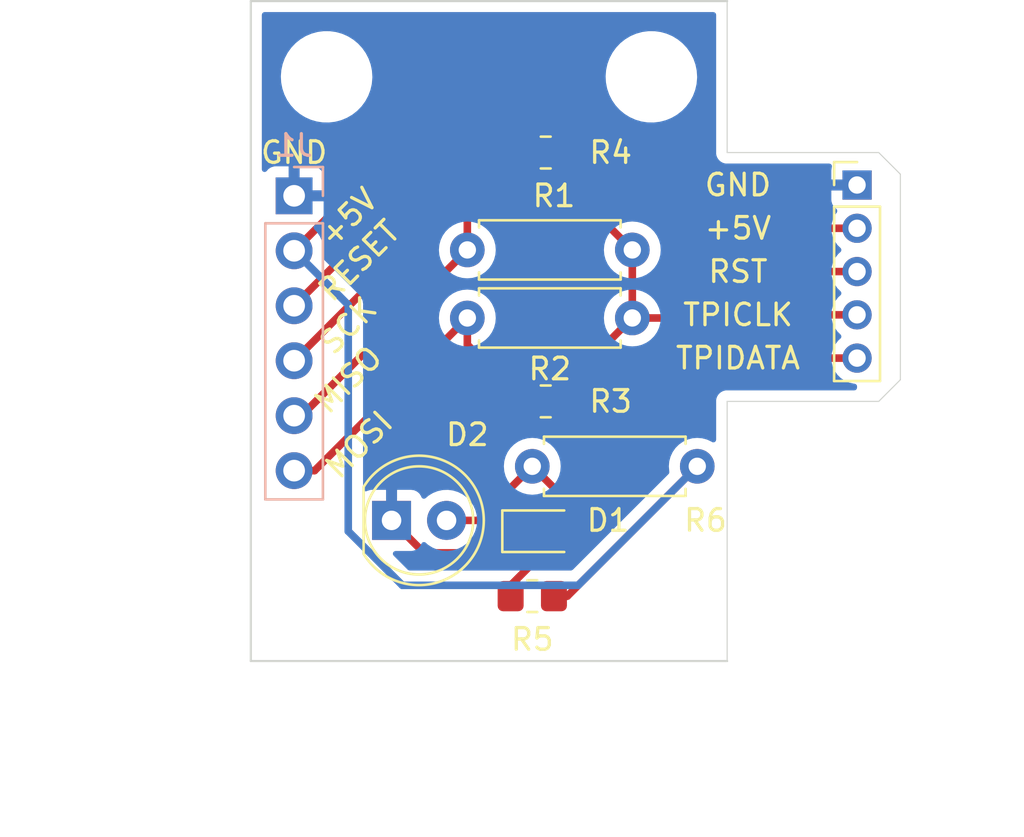
<source format=kicad_pcb>
(kicad_pcb (version 20210108) (generator pcbnew)
  (layers (0 "F.Cu" signal) (31 "B.Cu" signal) (34 "B.Paste" user) (35 "F.Paste" user) (36 "B.SilkS" user "B.Silkscreen") (37 "F.SilkS" user "F.Silkscreen") (38 "B.Mask" user) (39 "F.Mask" user) (44 "Edge.Cuts" user))
  (net 0 "")
  (net 1 "GND")
  (net 2 "/MOSI")
  (net 3 "/MISO")
  (net 4 "/SCK")
  (net 5 "/RESET")
  (net 6 "+5V")
  (net 7 "/TPDATA")
  (net 8 "Net-(D1-Pad2)")
  (footprint "Resistor_SMD:R_0805_2012Metric_Pad1.20x1.40mm_HandSolder" (layer "F.Cu") (at 150.62 92.5)
    (fp_text reference "R3" (at 3 0) (layer "F.SilkS"))
    (fp_text value "SMT DNP")
    (fp_line (start -0.227064 -0.735) (end 0.227064 -0.735) (layer "F.SilkS") (width 0.12))
    (fp_line (start -0.227064 0.735) (end 0.227064 0.735) (layer "F.SilkS") (width 0.12))
    (pad "1" smd roundrect (at -1 0) (size 1.2 1.4) (layers "F.Cu" "F.Paste" "F.Mask") (roundrect_rratio 0.2083333333333333) (net 2 "/MOSI"))
    (pad "2" smd roundrect (at 1 0) (size 1.2 1.4) (layers "F.Cu" "F.Paste" "F.Mask") (roundrect_rratio 0.2083333333333333) (net 7 "/TPDATA"))
  )
  (footprint "MountingHole:MountingHole_3.2mm_M3" (layer "F.Cu") (at 140.5 101)
    (fp_text reference "H1" hide)
    (fp_text value "MountingHole")
    (pad "1" np_thru_hole circle (at 0 0) (size 3.2 3.2) (drill 3.2) (layers *.Cu *.Mask))
  )
  (footprint "Connector_PinHeader_2.00mm:PinHeader_1x05_P2.00mm_Vertical" (layer "F.Cu") (at 165 82.5)
    (fp_text reference "J2" hide)
    (fp_text value "Conn_01x05_Female")
    (fp_line (start -1.06 9.06) (end 1.06 9.06) (layer "F.SilkS") (width 0.12))
    (fp_line (start -1.06 1) (end -1.06 9.06) (layer "F.SilkS") (width 0.12))
    (fp_line (start -1.06 0) (end -1.06 -1.06) (layer "F.SilkS") (width 0.12))
    (fp_line (start 1.06 1) (end 1.06 9.06) (layer "F.SilkS") (width 0.12))
    (fp_line (start -1.06 -1.06) (end 0 -1.06) (layer "F.SilkS") (width 0.12))
    (fp_line (start -1.06 1) (end 1.06 1) (layer "F.SilkS") (width 0.12))
    (pad "1" thru_hole rect (at 0 0) (size 1.35 1.35) (drill 0.8) (layers *.Cu *.Mask) (net 1 "GND"))
    (pad "2" thru_hole oval (at 0 2) (size 1.35 1.35) (drill 0.8) (layers *.Cu *.Mask) (net 6 "+5V"))
    (pad "3" thru_hole oval (at 0 4) (size 1.35 1.35) (drill 0.8) (layers *.Cu *.Mask) (net 5 "/RESET"))
    (pad "4" thru_hole oval (at 0 6) (size 1.35 1.35) (drill 0.8) (layers *.Cu *.Mask) (net 4 "/SCK"))
    (pad "5" thru_hole oval (at 0 8) (size 1.35 1.35) (drill 0.8) (layers *.Cu *.Mask) (net 7 "/TPDATA"))
  )
  (footprint "MountingHole:MountingHole_3.2mm_M3" (layer "F.Cu") (at 140.5 77.5)
    (fp_text reference "H2" hide)
    (fp_text value "MountingHole")
    (pad "1" np_thru_hole circle (at 0 0) (size 3.2 3.2) (drill 3.2) (layers *.Cu *.Mask))
  )
  (footprint "MountingHole:MountingHole_3.2mm_M3" (layer "F.Cu") (at 155.5 101)
    (fp_text reference "H4" hide)
    (fp_text value "MountingHole")
    (pad "1" np_thru_hole circle (at 0 0) (size 3.2 3.2) (drill 3.2) (layers *.Cu *.Mask))
  )
  (footprint "LED_THT:LED_D5.0mm" (layer "F.Cu") (at 143.5 98)
    (fp_text reference "D2" (at 3.5 -3.96) (layer "F.SilkS"))
    (fp_text value "LED")
    (fp_line (start -1.29 -1.545) (end -1.29 1.545) (layer "F.SilkS") (width 0.12))
    (fp_arc (start 1.27 0) (end -1.29 1.54483) (angle -148.9) (layer "F.SilkS") (width 0.12))
    (fp_arc (start 1.27 0) (end -1.29 -1.54483) (angle 148.9) (layer "F.SilkS") (width 0.12))
    (fp_circle (center 1.27 0) (end 3.77 0) (layer "F.SilkS") (width 0.12) (fill none))
    (pad "1" thru_hole rect (at 0 0) (size 1.8 1.8) (drill 0.9) (layers *.Cu *.Mask) (net 1 "GND"))
    (pad "2" thru_hole circle (at 2.54 0) (size 1.8 1.8) (drill 0.9) (layers *.Cu *.Mask) (net 8 "Net-(D1-Pad2)"))
  )
  (footprint "Resistor_SMD:R_0805_2012Metric_Pad1.20x1.40mm_HandSolder" (layer "F.Cu") (at 150 101.5)
    (fp_text reference "R5" (at 0 2) (layer "F.SilkS"))
    (fp_text value "1k")
    (fp_line (start -0.227064 -0.735) (end 0.227064 -0.735) (layer "F.SilkS") (width 0.12))
    (fp_line (start -0.227064 0.735) (end 0.227064 0.735) (layer "F.SilkS") (width 0.12))
    (pad "1" smd roundrect (at -1 0) (size 1.2 1.4) (layers "F.Cu" "F.Paste" "F.Mask") (roundrect_rratio 0.2083333333333333) (net 8 "Net-(D1-Pad2)"))
    (pad "2" smd roundrect (at 1 0) (size 1.2 1.4) (layers "F.Cu" "F.Paste" "F.Mask") (roundrect_rratio 0.2083333333333333) (net 6 "+5V"))
  )
  (footprint "Resistor_SMD:R_0805_2012Metric_Pad1.20x1.40mm_HandSolder" (layer "F.Cu") (at 150.62 81)
    (fp_text reference "R4" (at 3 0) (layer "F.SilkS"))
    (fp_text value "SMT DNP")
    (fp_line (start -0.227064 0.735) (end 0.227064 0.735) (layer "F.SilkS") (width 0.12))
    (fp_line (start -0.227064 -0.735) (end 0.227064 -0.735) (layer "F.SilkS") (width 0.12))
    (pad "1" smd roundrect (at -1 0) (size 1.2 1.4) (layers "F.Cu" "F.Paste" "F.Mask") (roundrect_rratio 0.2083333333333333) (net 3 "/MISO"))
    (pad "2" smd roundrect (at 1 0) (size 1.2 1.4) (layers "F.Cu" "F.Paste" "F.Mask") (roundrect_rratio 0.2083333333333333) (net 7 "/TPDATA"))
  )
  (footprint "MountingHole:MountingHole_3.2mm_M3" (layer "F.Cu") (at 155.5 77.5)
    (fp_text reference "H3" hide)
    (fp_text value "MountingHole")
    (pad "1" np_thru_hole circle (at 0 0) (size 3.2 3.2) (drill 3.2) (layers *.Cu *.Mask))
  )
  (footprint "Resistor_THT:R_Axial_DIN0207_L6.3mm_D2.5mm_P7.62mm_Horizontal" (layer "F.Cu") (at 150 95.5)
    (fp_text reference "R6" (at 8 2.5) (layer "F.SilkS"))
    (fp_text value "1k")
    (fp_line (start 0.54 -1.04) (end 0.54 -1.37) (layer "F.SilkS") (width 0.12))
    (fp_line (start 0.54 1.37) (end 7.08 1.37) (layer "F.SilkS") (width 0.12))
    (fp_line (start 0.54 1.04) (end 0.54 1.37) (layer "F.SilkS") (width 0.12))
    (fp_line (start 7.08 1.37) (end 7.08 1.04) (layer "F.SilkS") (width 0.12))
    (fp_line (start 7.08 -1.37) (end 7.08 -1.04) (layer "F.SilkS") (width 0.12))
    (fp_line (start 0.54 -1.37) (end 7.08 -1.37) (layer "F.SilkS") (width 0.12))
    (pad "1" thru_hole circle (at 0 0) (size 1.6 1.6) (drill 0.8) (layers *.Cu *.Mask) (net 8 "Net-(D1-Pad2)"))
    (pad "2" thru_hole oval (at 7.62 0) (size 1.6 1.6) (drill 0.8) (layers *.Cu *.Mask) (net 6 "+5V"))
  )
  (footprint "LED_SMD:LED_0805_2012Metric_Pad1.15x1.40mm_HandSolder" (layer "F.Cu") (at 150.475 98.5)
    (fp_text reference "D1" (at 3.025 -0.5) (layer "F.SilkS"))
    (fp_text value "LED")
    (fp_line (start 1 -0.96) (end -1.86 -0.96) (layer "F.SilkS") (width 0.12))
    (fp_line (start -1.86 0.96) (end 1 0.96) (layer "F.SilkS") (width 0.12))
    (fp_line (start -1.86 -0.96) (end -1.86 0.96) (layer "F.SilkS") (width 0.12))
    (pad "1" smd roundrect (at -1.025 0) (size 1.15 1.4) (layers "F.Cu" "F.Paste" "F.Mask") (roundrect_rratio 0.2173913043478261) (net 1 "GND"))
    (pad "2" smd roundrect (at 1.025 0) (size 1.15 1.4) (layers "F.Cu" "F.Paste" "F.Mask") (roundrect_rratio 0.2173913043478261) (net 8 "Net-(D1-Pad2)"))
  )
  (footprint "Resistor_THT:R_Axial_DIN0207_L6.3mm_D2.5mm_P7.62mm_Horizontal" (layer "F.Cu") (at 154.62 85.5 180)
    (fp_text reference "R2" (at 3.81 -5.5) (layer "F.SilkS"))
    (fp_text value "4.7k")
    (fp_line (start 0.54 1.37) (end 7.08 1.37) (layer "F.SilkS") (width 0.12))
    (fp_line (start 0.54 -1.37) (end 7.08 -1.37) (layer "F.SilkS") (width 0.12))
    (fp_line (start 0.54 -1.04) (end 0.54 -1.37) (layer "F.SilkS") (width 0.12))
    (fp_line (start 7.08 -1.37) (end 7.08 -1.04) (layer "F.SilkS") (width 0.12))
    (fp_line (start 7.08 1.37) (end 7.08 1.04) (layer "F.SilkS") (width 0.12))
    (fp_line (start 0.54 1.04) (end 0.54 1.37) (layer "F.SilkS") (width 0.12))
    (pad "1" thru_hole circle (at 0 0 180) (size 1.6 1.6) (drill 0.8) (layers *.Cu *.Mask) (net 7 "/TPDATA"))
    (pad "2" thru_hole oval (at 7.62 0 180) (size 1.6 1.6) (drill 0.8) (layers *.Cu *.Mask) (net 3 "/MISO"))
  )
  (footprint "Resistor_THT:R_Axial_DIN0207_L6.3mm_D2.5mm_P7.62mm_Horizontal" (layer "F.Cu") (at 147 88.645)
    (fp_text reference "R1" (at 4 -5.645) (layer "F.SilkS"))
    (fp_text value "4.7k")
    (fp_line (start 0.54 1.04) (end 0.54 1.37) (layer "F.SilkS") (width 0.12))
    (fp_line (start 0.54 -1.37) (end 7.08 -1.37) (layer "F.SilkS") (width 0.12))
    (fp_line (start 7.08 -1.37) (end 7.08 -1.04) (layer "F.SilkS") (width 0.12))
    (fp_line (start 0.54 -1.04) (end 0.54 -1.37) (layer "F.SilkS") (width 0.12))
    (fp_line (start 0.54 1.37) (end 7.08 1.37) (layer "F.SilkS") (width 0.12))
    (fp_line (start 7.08 1.37) (end 7.08 1.04) (layer "F.SilkS") (width 0.12))
    (pad "1" thru_hole circle (at 0 0) (size 1.6 1.6) (drill 0.8) (layers *.Cu *.Mask) (net 2 "/MOSI"))
    (pad "2" thru_hole oval (at 7.62 0) (size 1.6 1.6) (drill 0.8) (layers *.Cu *.Mask) (net 7 "/TPDATA"))
  )
  (footprint "Connector_PinHeader_2.54mm:PinHeader_1x06_P2.54mm_Vertical" (layer "B.Cu") (at 139 83 180)
    (fp_text reference "J1" (at 0 2.33) (layer "B.SilkS") (effects (justify mirror)))
    (fp_text value "Conn_01x06_Male")
    (fp_line (start -1.33 -1.27) (end 1.33 -1.27) (layer "B.SilkS") (width 0.12))
    (fp_line (start -1.33 1.33) (end 0 1.33) (layer "B.SilkS") (width 0.12))
    (fp_line (start 1.33 -1.27) (end 1.33 -14.03) (layer "B.SilkS") (width 0.12))
    (fp_line (start -1.33 -1.27) (end -1.33 -14.03) (layer "B.SilkS") (width 0.12))
    (fp_line (start -1.33 -14.03) (end 1.33 -14.03) (layer "B.SilkS") (width 0.12))
    (fp_line (start -1.33 0) (end -1.33 1.33) (layer "B.SilkS") (width 0.12))
    (pad "1" thru_hole rect (at 0 0 180) (size 1.7 1.7) (drill 1) (layers *.Cu *.Mask) (net 1 "GND"))
    (pad "2" thru_hole oval (at 0 -2.54 180) (size 1.7 1.7) (drill 1) (layers *.Cu *.Mask) (net 6 "+5V"))
    (pad "3" thru_hole oval (at 0 -5.08 180) (size 1.7 1.7) (drill 1) (layers *.Cu *.Mask) (net 5 "/RESET"))
    (pad "4" thru_hole oval (at 0 -7.62 180) (size 1.7 1.7) (drill 1) (layers *.Cu *.Mask) (net 4 "/SCK"))
    (pad "5" thru_hole oval (at 0 -10.16 180) (size 1.7 1.7) (drill 1) (layers *.Cu *.Mask) (net 3 "/MISO"))
    (pad "6" thru_hole oval (at 0 -12.7 180) (size 1.7 1.7) (drill 1) (layers *.Cu *.Mask) (net 2 "/MOSI"))
  )
  (gr_line (start 159 104.5) (end 137 104.5) (layer "Edge.Cuts") (width 0.1))
  (gr_line (start 167 82) (end 166 81) (layer "Edge.Cuts") (width 0.05))
  (gr_line (start 159 92.5) (end 159 104.5) (layer "Edge.Cuts") (width 0.05))
  (gr_line (start 166 92.5) (end 167 91.5) (layer "Edge.Cuts") (width 0.05))
  (gr_line (start 159 74) (end 159 81) (layer "Edge.Cuts") (width 0.05))
  (gr_line (start 137 74) (end 159 74) (layer "Edge.Cuts") (width 0.1))
  (gr_line (start 137 104.5) (end 137 74) (layer "Edge.Cuts") (width 0.1))
  (gr_line (start 159 81) (end 166 81) (layer "Edge.Cuts") (width 0.05))
  (gr_line (start 166 92.5) (end 159 92.5) (layer "Edge.Cuts") (width 0.05))
  (gr_line (start 167 82) (end 167 91.5) (layer "Edge.Cuts") (width 0.05))
  (gr_text "RESET" (at 142 86 45) (layer "F.SilkS") (effects (font (size 1 1))))
  (gr_text "MOSI" (at 142 94.5 45) (layer "F.SilkS") (effects (font (size 1 1))))
  (gr_text "GND" (at 139 81) (layer "F.SilkS") (effects (font (size 1 1))))
  (gr_text "TPIDATA" (at 159.5 90.5) (layer "F.SilkS") (effects (font (size 1 1))))
  (gr_text "RST" (at 159.5 86.5) (layer "F.SilkS") (effects (font (size 1 1))))
  (gr_text "+5V" (at 141.5 84 45) (layer "F.SilkS") (effects (font (size 1 1))))
  (gr_text "TPICLK" (at 159.5 88.5) (layer "F.SilkS") (effects (font (size 1 1))))
  (gr_text "MISO\n" (at 141.5 91.5 45) (layer "F.SilkS") (effects (font (size 1 1))))
  (gr_text "SCK" (at 141.5 89 45) (layer "F.SilkS") (effects (font (size 1 1))))
  (gr_text "+5V" (at 159.5 84.5) (layer "F.SilkS") (effects (font (size 1 1))))
  (gr_text "GND" (at 159.5 82.5) (layer "F.SilkS") (effects (font (size 1 1))))
  (segment (start 143.5 98) (end 145 99.5) (width 0.35) (layer "F.Cu") (net 1))
  (segment (start 145 99.5) (end 148.45 99.5) (width 0.35) (layer "F.Cu") (net 1))
  (segment (start 148.45 99.5) (end 149.45 98.5) (width 0.35) (layer "F.Cu") (net 1))
  (segment (start 147 88.645) (end 139.945 95.7) (width 0.35) (layer "F.Cu") (net 2))
  (segment (start 147 89.88) (end 149.62 92.5) (width 0.35) (layer "F.Cu") (net 2))
  (segment (start 147 88.645) (end 147 89.88) (width 0.35) (layer "F.Cu") (net 2))
  (segment (start 139.945 95.7) (end 139 95.7) (width 0.35) (layer "F.Cu") (net 2))
  (segment (start 147 85.5) (end 147 83.62) (width 0.35) (layer "F.Cu") (net 3))
  (segment (start 147 83.62) (end 149.62 81) (width 0.35) (layer "F.Cu") (net 3))
  (segment (start 139.34 93.16) (end 141.84 90.66) (width 0.35) (layer "F.Cu") (net 3))
  (segment (start 139.34 93.16) (end 147 85.5) (width 0.35) (layer "F.Cu") (net 3))
  (segment (start 139 93.16) (end 139.34 93.16) (width 0.35) (layer "F.Cu") (net 3))
  (segment (start 148.12 79) (end 146 81.12) (width 0.35) (layer "F.Cu") (net 4))
  (segment (start 151.5 79) (end 148.12 79) (width 0.35) (layer "F.Cu") (net 4))
  (segment (start 146 83.62) (end 139 90.62) (width 0.35) (layer "F.Cu") (net 4))
  (segment (start 146 81.12) (end 146 83.62) (width 0.35) (layer "F.Cu") (net 4))
  (segment (start 165 88.5) (end 161 88.5) (width 0.35) (layer "F.Cu") (net 4))
  (segment (start 161 88.5) (end 151.5 79) (width 0.35) (layer "F.Cu") (net 4))
  (segment (start 146.5 78) (end 151.5 78) (width 0.35) (layer "F.Cu") (net 5))
  (segment (start 145.950011 78.549989) (end 146.5 78) (width 0.35) (layer "F.Cu") (net 5))
  (segment (start 145 79.5) (end 145.950011 78.549989) (width 0.35) (layer "F.Cu") (net 5))
  (segment (start 145 82.08) (end 145 79.5) (width 0.35) (layer "F.Cu") (net 5))
  (segment (start 145.950011 78.549989) (end 146.030011 78.549989) (width 0.35) (layer "F.Cu") (net 5))
  (segment (start 160 86.5) (end 165 86.5) (width 0.35) (layer "F.Cu") (net 5))
  (segment (start 151.5 78) (end 160 86.5) (width 0.35) (layer "F.Cu") (net 5))
  (segment (start 139 88.08) (end 145 82.08) (width 0.35) (layer "F.Cu") (net 5))
  (segment (start 143.940022 80.599978) (end 143.940022 79.059978) (width 0.35) (layer "F.Cu") (net 6))
  (segment (start 151.62 101.5) (end 151 101.5) (width 0.35) (layer "F.Cu") (net 6))
  (segment (start 143.940022 79.059978) (end 146 77) (width 0.35) (layer "F.Cu") (net 6))
  (segment (start 139 85.54) (end 143.940022 80.599978) (width 0.35) (layer "F.Cu") (net 6))
  (segment (start 157.62 95.5) (end 151.62 101.5) (width 0.35) (layer "F.Cu") (net 6))
  (segment (start 159 84.5) (end 165 84.5) (width 0.35) (layer "F.Cu") (net 6))
  (segment (start 146 77) (end 151.5 77) (width 0.35) (layer "F.Cu") (net 6))
  (segment (start 151.5 77) (end 159 84.5) (width 0.35) (layer "F.Cu") (net 6))
  (segment (start 141.5 98.5) (end 144 101) (width 0.35) (layer "B.Cu") (net 6))
  (segment (start 144 101) (end 152.12 101) (width 0.35) (layer "B.Cu") (net 6))
  (segment (start 152.12 101) (end 157.62 95.5) (width 0.35) (layer "B.Cu") (net 6))
  (segment (start 141.5 88.04) (end 141.5 98.5) (width 0.35) (layer "B.Cu") (net 6))
  (segment (start 139 85.54) (end 141.5 88.04) (width 0.35) (layer "B.Cu") (net 6))
  (segment (start 151.62 92.5) (end 151.62 91.645) (width 0.35) (layer "F.Cu") (net 7))
  (segment (start 151.62 81) (end 151.62 82.5) (width 0.35) (layer "F.Cu") (net 7))
  (segment (start 158.145 88.645) (end 160 90.5) (width 0.35) (layer "F.Cu") (net 7))
  (segment (start 165 90.5) (end 160 90.5) (width 0.35) (layer "F.Cu") (net 7))
  (segment (start 154.62 88.645) (end 158.145 88.645) (width 0.35) (layer "F.Cu") (net 7))
  (segment (start 154.62 85.5) (end 154.62 88.645) (width 0.35) (layer "F.Cu") (net 7))
  (segment (start 151.62 91.645) (end 154.62 88.645) (width 0.35) (layer "F.Cu") (net 7))
  (segment (start 151.62 82.5) (end 154.62 85.5) (width 0.35) (layer "F.Cu") (net 7))
  (segment (start 151.5 97) (end 151.5 98.5) (width 0.35) (layer "F.Cu") (net 8))
  (segment (start 149 101.5) (end 149 101) (width 0.35) (layer "F.Cu") (net 8))
  (segment (start 149 101) (end 151.5 98.5) (width 0.35) (layer "F.Cu") (net 8))
  (segment (start 147.5 98) (end 150 95.5) (width 0.35) (layer "F.Cu") (net 8))
  (segment (start 150 95.5) (end 151.5 97) (width 0.35) (layer "F.Cu") (net 8))
  (segment (start 146.04 98) (end 147.5 98) (width 0.35) (layer "F.Cu") (net 8))
  (zone (net 1) (net_name "GND") (layer "B.Cu") (connect_pads (clearance 0.508)) (min_thickness 0.254) (fill yes (thermal_gap 0.508) (thermal_bridge_width 0.508))
    (polygon (pts (xy 165 104.5) (xy 137.5 104.5) (xy 137.5 74) (xy 165 74)))
  )
)
</source>
